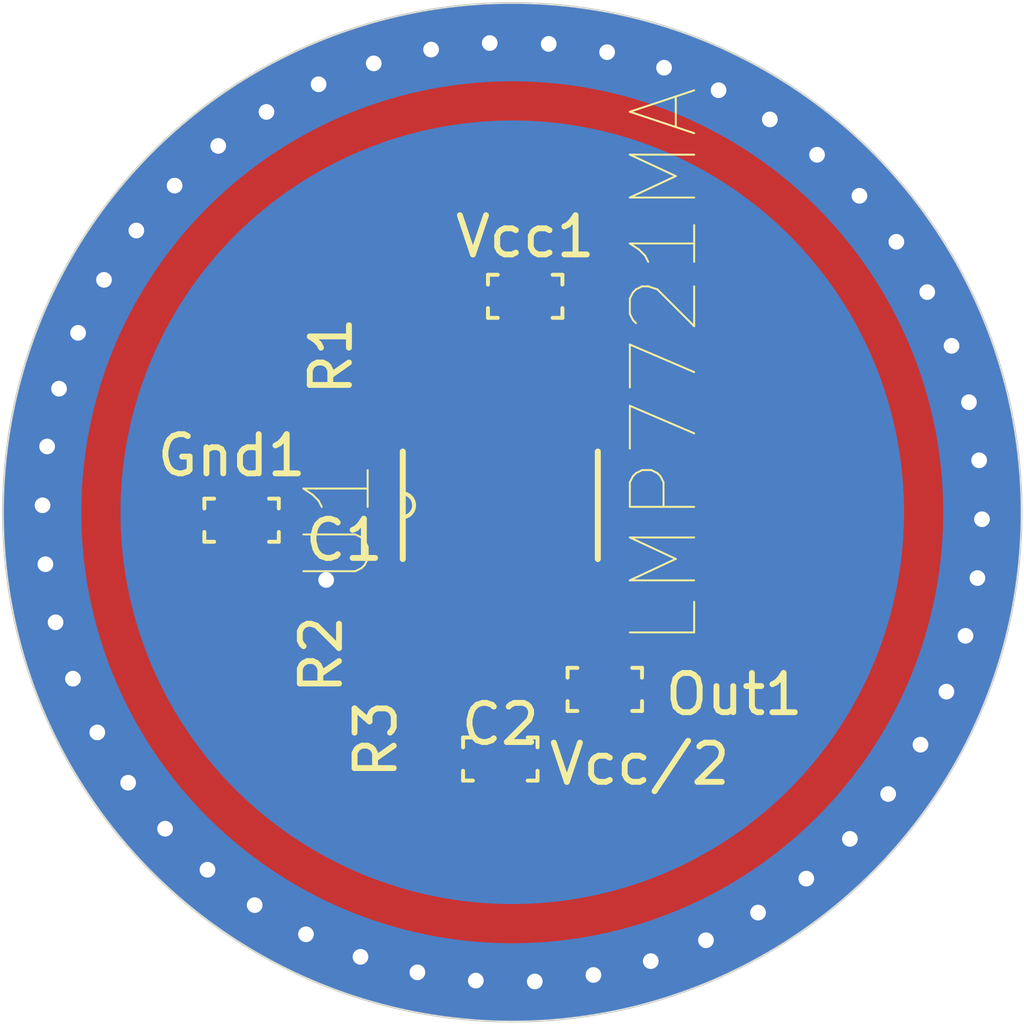
<source format=kicad_pcb>
(kicad_pcb (version 20171130) (host pcbnew "(5.1.2)-2")

  (general
    (thickness 1.6)
    (drawings 9)
    (tracks 76)
    (zones 0)
    (modules 10)
    (nets 7)
  )

  (page A4)
  (layers
    (0 F.Cu signal)
    (31 B.Cu signal)
    (32 B.Adhes user)
    (33 F.Adhes user)
    (34 B.Paste user)
    (35 F.Paste user)
    (36 B.SilkS user)
    (37 F.SilkS user)
    (38 B.Mask user)
    (39 F.Mask user)
    (40 Dwgs.User user)
    (41 Cmts.User user)
    (42 Eco1.User user)
    (43 Eco2.User user)
    (44 Edge.Cuts user)
    (45 Margin user)
    (46 B.CrtYd user)
    (47 F.CrtYd user)
    (48 B.Fab user)
    (49 F.Fab user)
  )

  (setup
    (last_trace_width 0.25)
    (trace_clearance 0.2)
    (zone_clearance 0.508)
    (zone_45_only no)
    (trace_min 0.2)
    (via_size 0.8)
    (via_drill 0.4)
    (via_min_size 0.4)
    (via_min_drill 0.3)
    (uvia_size 0.3)
    (uvia_drill 0.1)
    (uvias_allowed no)
    (uvia_min_size 0.2)
    (uvia_min_drill 0.1)
    (edge_width 0.05)
    (segment_width 0.2)
    (pcb_text_width 0.3)
    (pcb_text_size 1.5 1.5)
    (mod_edge_width 0.12)
    (mod_text_size 1 1)
    (mod_text_width 0.15)
    (pad_size 1.524 1.524)
    (pad_drill 0.762)
    (pad_to_mask_clearance 0.051)
    (solder_mask_min_width 0.25)
    (aux_axis_origin 0 0)
    (visible_elements 7FFFFFFF)
    (pcbplotparams
      (layerselection 0x010ec_ffffffff)
      (usegerberextensions true)
      (usegerberattributes false)
      (usegerberadvancedattributes false)
      (creategerberjobfile false)
      (excludeedgelayer true)
      (linewidth 0.100000)
      (plotframeref false)
      (viasonmask false)
      (mode 1)
      (useauxorigin false)
      (hpglpennumber 1)
      (hpglpenspeed 20)
      (hpglpendiameter 15.000000)
      (psnegative false)
      (psa4output false)
      (plotreference true)
      (plotvalue true)
      (plotinvisibletext false)
      (padsonsilk false)
      (subtractmaskfromsilk false)
      (outputformat 1)
      (mirror false)
      (drillshape 0)
      (scaleselection 1)
      (outputdirectory ""))
  )

  (net 0 "")
  (net 1 "Net-(C1-Pad1)")
  (net 2 VDD)
  (net 3 GND)
  (net 4 "Net-(C2-Pad2)")
  (net 5 "Net-(C2-Pad1)")
  (net 6 "Net-(R3-Pad2)")

  (net_class Default "This is the default net class."
    (clearance 0.2)
    (trace_width 0.25)
    (via_dia 0.8)
    (via_drill 0.4)
    (uvia_dia 0.3)
    (uvia_drill 0.1)
    (add_net GND)
    (add_net "Net-(C1-Pad1)")
    (add_net "Net-(C2-Pad1)")
    (add_net "Net-(C2-Pad2)")
    (add_net "Net-(R3-Pad2)")
    (add_net VDD)
  )

  (module Capacitor_SMD:C_0402_1005Metric (layer F.Cu) (tedit 5B301BBE) (tstamp 5D4D462F)
    (at 99.672 104.521)
    (descr "Capacitor SMD 0402 (1005 Metric), square (rectangular) end terminal, IPC_7351 nominal, (Body size source: http://www.tortai-tech.com/upload/download/2011102023233369053.pdf), generated with kicad-footprint-generator")
    (tags capacitor)
    (path /5D4D5605)
    (attr smd)
    (fp_text reference C2 (at 0.023 0.889) (layer F.SilkS)
      (effects (font (size 1 1) (thickness 0.15)))
    )
    (fp_text value C (at 0 1.17) (layer F.Fab)
      (effects (font (size 1 1) (thickness 0.15)))
    )
    (fp_text user %R (at 0 0) (layer F.Fab)
      (effects (font (size 0.25 0.25) (thickness 0.04)))
    )
    (fp_line (start 0.93 0.47) (end -0.93 0.47) (layer F.CrtYd) (width 0.05))
    (fp_line (start 0.93 -0.47) (end 0.93 0.47) (layer F.CrtYd) (width 0.05))
    (fp_line (start -0.93 -0.47) (end 0.93 -0.47) (layer F.CrtYd) (width 0.05))
    (fp_line (start -0.93 0.47) (end -0.93 -0.47) (layer F.CrtYd) (width 0.05))
    (fp_line (start 0.5 0.25) (end -0.5 0.25) (layer F.Fab) (width 0.1))
    (fp_line (start 0.5 -0.25) (end 0.5 0.25) (layer F.Fab) (width 0.1))
    (fp_line (start -0.5 -0.25) (end 0.5 -0.25) (layer F.Fab) (width 0.1))
    (fp_line (start -0.5 0.25) (end -0.5 -0.25) (layer F.Fab) (width 0.1))
    (pad 2 smd roundrect (at 0.485 0) (size 0.59 0.64) (layers F.Cu F.Paste F.Mask) (roundrect_rratio 0.25)
      (net 4 "Net-(C2-Pad2)"))
    (pad 1 smd roundrect (at -0.485 0) (size 0.59 0.64) (layers F.Cu F.Paste F.Mask) (roundrect_rratio 0.25)
      (net 5 "Net-(C2-Pad1)"))
    (model ${KISYS3DMOD}/Capacitor_SMD.3dshapes/C_0402_1005Metric.wrl
      (at (xyz 0 0 0))
      (scale (xyz 1 1 1))
      (rotate (xyz 0 0 0))
    )
  )

  (module LMP7721MA:SOIC127P600X175-8N (layer F.Cu) (tedit 0) (tstamp 5D4D951A)
    (at 99.695 99.822 90)
    (path /5D4D93A5)
    (attr smd)
    (fp_text reference U1 (at -0.43203 -4.14246 90) (layer F.SilkS)
      (effects (font (size 1.6409 1.6409) (thickness 0.05)))
    )
    (fp_text value LMP7721MA (at 3.556 4.191 90) (layer F.SilkS)
      (effects (font (size 1.64151 1.64151) (thickness 0.05)))
    )
    (fp_arc (start 0 -2.5019) (end -0.3048 -2.4892) (angle -180) (layer F.SilkS) (width 0.1))
    (fp_line (start -0.3048 -2.4892) (end -1.3716 -2.4892) (layer F.SilkS) (width 0.1524))
    (fp_line (start 1.3716 -2.4892) (end -0.3048 -2.4892) (layer F.SilkS) (width 0.1524))
    (fp_line (start -1.3716 2.4892) (end 1.3716 2.4892) (layer F.SilkS) (width 0.1524))
    (fp_arc (start 0 -2.5019) (end -0.3048 -2.4892) (angle -180) (layer Eco2.User) (width 0.1))
    (fp_line (start -1.9812 -2.4892) (end -1.9812 2.4892) (layer Eco2.User) (width 0.1524))
    (fp_line (start -0.3048 -2.4892) (end -1.9812 -2.4892) (layer Eco2.User) (width 0.1524))
    (fp_line (start 1.9812 -2.4892) (end -0.3048 -2.4892) (layer Eco2.User) (width 0.1524))
    (fp_line (start 1.9812 2.4892) (end 1.9812 -2.4892) (layer Eco2.User) (width 0.1524))
    (fp_line (start -1.9812 2.4892) (end 1.9812 2.4892) (layer Eco2.User) (width 0.1524))
    (fp_line (start 3.0988 -2.159) (end 1.9812 -2.159) (layer Eco2.User) (width 0.1524))
    (fp_line (start 3.0988 -1.651) (end 3.0988 -2.159) (layer Eco2.User) (width 0.1524))
    (fp_line (start 1.9812 -1.651) (end 3.0988 -1.651) (layer Eco2.User) (width 0.1524))
    (fp_line (start 1.9812 -2.159) (end 1.9812 -1.651) (layer Eco2.User) (width 0.1524))
    (fp_line (start 3.0988 -0.889) (end 1.9812 -0.889) (layer Eco2.User) (width 0.1524))
    (fp_line (start 3.0988 -0.381) (end 3.0988 -0.889) (layer Eco2.User) (width 0.1524))
    (fp_line (start 1.9812 -0.381) (end 3.0988 -0.381) (layer Eco2.User) (width 0.1524))
    (fp_line (start 1.9812 -0.889) (end 1.9812 -0.381) (layer Eco2.User) (width 0.1524))
    (fp_line (start 3.0988 0.381) (end 1.9812 0.381) (layer Eco2.User) (width 0.1524))
    (fp_line (start 3.0988 0.889) (end 3.0988 0.381) (layer Eco2.User) (width 0.1524))
    (fp_line (start 1.9812 0.889) (end 3.0988 0.889) (layer Eco2.User) (width 0.1524))
    (fp_line (start 1.9812 0.381) (end 1.9812 0.889) (layer Eco2.User) (width 0.1524))
    (fp_line (start 3.0988 1.651) (end 1.9812 1.651) (layer Eco2.User) (width 0.1524))
    (fp_line (start 3.0988 2.159) (end 3.0988 1.651) (layer Eco2.User) (width 0.1524))
    (fp_line (start 1.9812 2.159) (end 3.0988 2.159) (layer Eco2.User) (width 0.1524))
    (fp_line (start 1.9812 1.651) (end 1.9812 2.159) (layer Eco2.User) (width 0.1524))
    (fp_line (start -3.0988 2.159) (end -1.9812 2.159) (layer Eco2.User) (width 0.1524))
    (fp_line (start -3.0988 1.651) (end -3.0988 2.159) (layer Eco2.User) (width 0.1524))
    (fp_line (start -1.9812 1.651) (end -3.0988 1.651) (layer Eco2.User) (width 0.1524))
    (fp_line (start -1.9812 2.159) (end -1.9812 1.651) (layer Eco2.User) (width 0.1524))
    (fp_line (start -3.0988 0.889) (end -1.9812 0.889) (layer Eco2.User) (width 0.1524))
    (fp_line (start -3.0988 0.381) (end -3.0988 0.889) (layer Eco2.User) (width 0.1524))
    (fp_line (start -1.9812 0.381) (end -3.0988 0.381) (layer Eco2.User) (width 0.1524))
    (fp_line (start -1.9812 0.889) (end -1.9812 0.381) (layer Eco2.User) (width 0.1524))
    (fp_line (start -3.0988 -0.381) (end -1.9812 -0.381) (layer Eco2.User) (width 0.1524))
    (fp_line (start -3.0988 -0.889) (end -3.0988 -0.381) (layer Eco2.User) (width 0.1524))
    (fp_line (start -1.9812 -0.889) (end -3.0988 -0.889) (layer Eco2.User) (width 0.1524))
    (fp_line (start -1.9812 -0.381) (end -1.9812 -0.889) (layer Eco2.User) (width 0.1524))
    (fp_line (start -3.0988 -1.651) (end -1.9812 -1.651) (layer Eco2.User) (width 0.1524))
    (fp_line (start -3.0988 -2.159) (end -3.0988 -1.651) (layer Eco2.User) (width 0.1524))
    (fp_line (start -1.9812 -2.159) (end -3.0988 -2.159) (layer Eco2.User) (width 0.1524))
    (fp_line (start -1.9812 -1.651) (end -1.9812 -2.159) (layer Eco2.User) (width 0.1524))
    (pad 8 smd rect (at 2.4638 -1.905 90) (size 1.9812 0.5588) (layers F.Cu F.Paste F.Mask)
      (net 4 "Net-(C2-Pad2)"))
    (pad 7 smd rect (at 2.4638 -0.635 90) (size 1.9812 0.5588) (layers F.Cu F.Paste F.Mask))
    (pad 6 smd rect (at 2.4638 0.635 90) (size 1.9812 0.5588) (layers F.Cu F.Paste F.Mask)
      (net 2 VDD))
    (pad 5 smd rect (at 2.4638 1.905 90) (size 1.9812 0.5588) (layers F.Cu F.Paste F.Mask))
    (pad 4 smd rect (at -2.4638 1.905 90) (size 1.9812 0.5588) (layers F.Cu F.Paste F.Mask)
      (net 4 "Net-(C2-Pad2)"))
    (pad 3 smd rect (at -2.4638 0.635 90) (size 1.9812 0.5588) (layers F.Cu F.Paste F.Mask)
      (net 3 GND))
    (pad 2 smd rect (at -2.4638 -0.635 90) (size 1.9812 0.5588) (layers F.Cu F.Paste F.Mask))
    (pad 1 smd rect (at -2.4638 -1.905 90) (size 1.9812 0.5588) (layers F.Cu F.Paste F.Mask)
      (net 1 "Net-(C1-Pad1)"))
  )

  (module digikey-footprints:PROBE_PAD_0603 (layer F.Cu) (tedit 5D2895A4) (tstamp 5D4D7CE4)
    (at 93.091 100.203)
    (path /5D4D5D37)
    (attr smd)
    (fp_text reference Gnd1 (at -0.254 -1.651) (layer F.SilkS)
      (effects (font (size 1 1) (thickness 0.15)))
    )
    (fp_text value CONN_01 (at 0 1.85) (layer F.Fab)
      (effects (font (size 1 1) (thickness 0.15)))
    )
    (fp_line (start -0.8 0.4) (end 0.8 0.4) (layer F.Fab) (width 0.1))
    (fp_line (start -0.8 0.4) (end -0.8 -0.4) (layer F.Fab) (width 0.1))
    (fp_line (start 0.8 0.4) (end 0.8 -0.4) (layer F.Fab) (width 0.1))
    (fp_line (start -0.8 -0.4) (end 0.8 -0.4) (layer F.Fab) (width 0.1))
    (fp_line (start 1.15 -0.75) (end 1.15 0.75) (layer F.CrtYd) (width 0.05))
    (fp_line (start 1.15 -0.75) (end -1.15 -0.75) (layer F.CrtYd) (width 0.05))
    (fp_line (start -1.15 -0.75) (end -1.15 0.75) (layer F.CrtYd) (width 0.05))
    (fp_line (start 1.15 0.75) (end -1.15 0.75) (layer F.CrtYd) (width 0.05))
    (fp_line (start 0.95 -0.55) (end 0.7 -0.55) (layer F.SilkS) (width 0.1))
    (fp_line (start 0.95 -0.55) (end 0.95 -0.3) (layer F.SilkS) (width 0.1))
    (fp_line (start -0.95 -0.55) (end -0.7 -0.55) (layer F.SilkS) (width 0.1))
    (fp_line (start -0.95 -0.55) (end -0.95 -0.3) (layer F.SilkS) (width 0.1))
    (fp_line (start -0.95 0.55) (end -0.95 0.3) (layer F.SilkS) (width 0.1))
    (fp_line (start -0.95 0.55) (end -0.7 0.55) (layer F.SilkS) (width 0.1))
    (fp_line (start 0.95 0.55) (end 0.7 0.55) (layer F.SilkS) (width 0.1))
    (fp_line (start 0.95 0.55) (end 0.95 0.3) (layer F.SilkS) (width 0.1))
    (fp_text user %R (at 0 0) (layer F.Fab)
      (effects (font (size 0.25 0.25) (thickness 0.025)))
    )
    (pad 1 smd rect (at 0 0) (size 1.8 1) (layers F.Cu F.Paste F.Mask)
      (net 3 GND))
  )

  (module digikey-footprints:PROBE_PAD_0603 (layer F.Cu) (tedit 5D2895A4) (tstamp 5D4D7CCE)
    (at 100.33 94.488)
    (path /5D4D4769)
    (attr smd)
    (fp_text reference Vcc1 (at 0 -1.524) (layer F.SilkS)
      (effects (font (size 1 1) (thickness 0.15)))
    )
    (fp_text value CONN_01 (at 0 1.85) (layer F.Fab)
      (effects (font (size 1 1) (thickness 0.15)))
    )
    (fp_line (start -0.8 0.4) (end 0.8 0.4) (layer F.Fab) (width 0.1))
    (fp_line (start -0.8 0.4) (end -0.8 -0.4) (layer F.Fab) (width 0.1))
    (fp_line (start 0.8 0.4) (end 0.8 -0.4) (layer F.Fab) (width 0.1))
    (fp_line (start -0.8 -0.4) (end 0.8 -0.4) (layer F.Fab) (width 0.1))
    (fp_line (start 1.15 -0.75) (end 1.15 0.75) (layer F.CrtYd) (width 0.05))
    (fp_line (start 1.15 -0.75) (end -1.15 -0.75) (layer F.CrtYd) (width 0.05))
    (fp_line (start -1.15 -0.75) (end -1.15 0.75) (layer F.CrtYd) (width 0.05))
    (fp_line (start 1.15 0.75) (end -1.15 0.75) (layer F.CrtYd) (width 0.05))
    (fp_line (start 0.95 -0.55) (end 0.7 -0.55) (layer F.SilkS) (width 0.1))
    (fp_line (start 0.95 -0.55) (end 0.95 -0.3) (layer F.SilkS) (width 0.1))
    (fp_line (start -0.95 -0.55) (end -0.7 -0.55) (layer F.SilkS) (width 0.1))
    (fp_line (start -0.95 -0.55) (end -0.95 -0.3) (layer F.SilkS) (width 0.1))
    (fp_line (start -0.95 0.55) (end -0.95 0.3) (layer F.SilkS) (width 0.1))
    (fp_line (start -0.95 0.55) (end -0.7 0.55) (layer F.SilkS) (width 0.1))
    (fp_line (start 0.95 0.55) (end 0.7 0.55) (layer F.SilkS) (width 0.1))
    (fp_line (start 0.95 0.55) (end 0.95 0.3) (layer F.SilkS) (width 0.1))
    (fp_text user %R (at 0 0) (layer F.Fab)
      (effects (font (size 0.25 0.25) (thickness 0.025)))
    )
    (pad 1 smd rect (at 0 0) (size 1.8 1) (layers F.Cu F.Paste F.Mask)
      (net 2 VDD))
  )

  (module Resistor_SMD:R_0402_1005Metric (layer F.Cu) (tedit 5B301BBD) (tstamp 5D4D73B6)
    (at 97.663 104.902 270)
    (descr "Resistor SMD 0402 (1005 Metric), square (rectangular) end terminal, IPC_7351 nominal, (Body size source: http://www.tortai-tech.com/upload/download/2011102023233369053.pdf), generated with kicad-footprint-generator")
    (tags resistor)
    (path /5D4D5E2E)
    (attr smd)
    (fp_text reference R3 (at 0.889 1.143 90) (layer F.SilkS)
      (effects (font (size 1 1) (thickness 0.15)))
    )
    (fp_text value R (at 0 1.17 90) (layer F.Fab)
      (effects (font (size 1 1) (thickness 0.15)))
    )
    (fp_text user %R (at 0 0 90) (layer F.Fab)
      (effects (font (size 0.25 0.25) (thickness 0.04)))
    )
    (fp_line (start 0.93 0.47) (end -0.93 0.47) (layer F.CrtYd) (width 0.05))
    (fp_line (start 0.93 -0.47) (end 0.93 0.47) (layer F.CrtYd) (width 0.05))
    (fp_line (start -0.93 -0.47) (end 0.93 -0.47) (layer F.CrtYd) (width 0.05))
    (fp_line (start -0.93 0.47) (end -0.93 -0.47) (layer F.CrtYd) (width 0.05))
    (fp_line (start 0.5 0.25) (end -0.5 0.25) (layer F.Fab) (width 0.1))
    (fp_line (start 0.5 -0.25) (end 0.5 0.25) (layer F.Fab) (width 0.1))
    (fp_line (start -0.5 -0.25) (end 0.5 -0.25) (layer F.Fab) (width 0.1))
    (fp_line (start -0.5 0.25) (end -0.5 -0.25) (layer F.Fab) (width 0.1))
    (pad 2 smd roundrect (at 0.485 0 270) (size 0.59 0.64) (layers F.Cu F.Paste F.Mask) (roundrect_rratio 0.25)
      (net 6 "Net-(R3-Pad2)"))
    (pad 1 smd roundrect (at -0.485 0 270) (size 0.59 0.64) (layers F.Cu F.Paste F.Mask) (roundrect_rratio 0.25)
      (net 5 "Net-(C2-Pad1)"))
    (model ${KISYS3DMOD}/Resistor_SMD.3dshapes/R_0402_1005Metric.wrl
      (at (xyz 0 0 0))
      (scale (xyz 1 1 1))
      (rotate (xyz 0 0 0))
    )
  )

  (module Resistor_SMD:R_0402_1005Metric (layer F.Cu) (tedit 5B301BBD) (tstamp 5D4D73A7)
    (at 96.266 103.609 270)
    (descr "Resistor SMD 0402 (1005 Metric), square (rectangular) end terminal, IPC_7351 nominal, (Body size source: http://www.tortai-tech.com/upload/download/2011102023233369053.pdf), generated with kicad-footprint-generator")
    (tags resistor)
    (path /5D4E1F59)
    (attr smd)
    (fp_text reference R2 (at 0.023 1.143 90) (layer F.SilkS)
      (effects (font (size 1 1) (thickness 0.15)))
    )
    (fp_text value R (at 0 1.17 90) (layer F.Fab)
      (effects (font (size 1 1) (thickness 0.15)))
    )
    (fp_text user %R (at 0 0 90) (layer F.Fab)
      (effects (font (size 0.25 0.25) (thickness 0.04)))
    )
    (fp_line (start 0.93 0.47) (end -0.93 0.47) (layer F.CrtYd) (width 0.05))
    (fp_line (start 0.93 -0.47) (end 0.93 0.47) (layer F.CrtYd) (width 0.05))
    (fp_line (start -0.93 -0.47) (end 0.93 -0.47) (layer F.CrtYd) (width 0.05))
    (fp_line (start -0.93 0.47) (end -0.93 -0.47) (layer F.CrtYd) (width 0.05))
    (fp_line (start 0.5 0.25) (end -0.5 0.25) (layer F.Fab) (width 0.1))
    (fp_line (start 0.5 -0.25) (end 0.5 0.25) (layer F.Fab) (width 0.1))
    (fp_line (start -0.5 -0.25) (end 0.5 -0.25) (layer F.Fab) (width 0.1))
    (fp_line (start -0.5 0.25) (end -0.5 -0.25) (layer F.Fab) (width 0.1))
    (pad 2 smd roundrect (at 0.485 0 270) (size 0.59 0.64) (layers F.Cu F.Paste F.Mask) (roundrect_rratio 0.25)
      (net 5 "Net-(C2-Pad1)"))
    (pad 1 smd roundrect (at -0.485 0 270) (size 0.59 0.64) (layers F.Cu F.Paste F.Mask) (roundrect_rratio 0.25)
      (net 1 "Net-(C1-Pad1)"))
    (model ${KISYS3DMOD}/Resistor_SMD.3dshapes/R_0402_1005Metric.wrl
      (at (xyz 0 0 0))
      (scale (xyz 1 1 1))
      (rotate (xyz 0 0 0))
    )
  )

  (module Resistor_SMD:R_0402_1005Metric (layer F.Cu) (tedit 5B301BBD) (tstamp 5D4D7398)
    (at 95.25 97.94 270)
    (descr "Resistor SMD 0402 (1005 Metric), square (rectangular) end terminal, IPC_7351 nominal, (Body size source: http://www.tortai-tech.com/upload/download/2011102023233369053.pdf), generated with kicad-footprint-generator")
    (tags resistor)
    (path /5D4E5844)
    (attr smd)
    (fp_text reference R1 (at -1.928 -0.127 90) (layer F.SilkS)
      (effects (font (size 1 1) (thickness 0.15)))
    )
    (fp_text value R (at 0 1.17 90) (layer F.Fab)
      (effects (font (size 1 1) (thickness 0.15)))
    )
    (fp_text user %R (at 0 0 90) (layer F.Fab)
      (effects (font (size 0.25 0.25) (thickness 0.04)))
    )
    (fp_line (start 0.93 0.47) (end -0.93 0.47) (layer F.CrtYd) (width 0.05))
    (fp_line (start 0.93 -0.47) (end 0.93 0.47) (layer F.CrtYd) (width 0.05))
    (fp_line (start -0.93 -0.47) (end 0.93 -0.47) (layer F.CrtYd) (width 0.05))
    (fp_line (start -0.93 0.47) (end -0.93 -0.47) (layer F.CrtYd) (width 0.05))
    (fp_line (start 0.5 0.25) (end -0.5 0.25) (layer F.Fab) (width 0.1))
    (fp_line (start 0.5 -0.25) (end 0.5 0.25) (layer F.Fab) (width 0.1))
    (fp_line (start -0.5 -0.25) (end 0.5 -0.25) (layer F.Fab) (width 0.1))
    (fp_line (start -0.5 0.25) (end -0.5 -0.25) (layer F.Fab) (width 0.1))
    (pad 2 smd roundrect (at 0.485 0 270) (size 0.59 0.64) (layers F.Cu F.Paste F.Mask) (roundrect_rratio 0.25))
    (pad 1 smd roundrect (at -0.485 0 270) (size 0.59 0.64) (layers F.Cu F.Paste F.Mask) (roundrect_rratio 0.25)
      (net 4 "Net-(C2-Pad2)"))
    (model ${KISYS3DMOD}/Resistor_SMD.3dshapes/R_0402_1005Metric.wrl
      (at (xyz 0 0 0))
      (scale (xyz 1 1 1))
      (rotate (xyz 0 0 0))
    )
  )

  (module digikey-footprints:PROBE_PAD_0603 (layer F.Cu) (tedit 5D2895A4) (tstamp 5D4D7389)
    (at 102.362 104.521)
    (path /5D4E4202)
    (attr smd)
    (fp_text reference Out1 (at 3.302 0.127) (layer F.SilkS)
      (effects (font (size 1 1) (thickness 0.15)))
    )
    (fp_text value CONN_01 (at 0 1.85) (layer F.Fab)
      (effects (font (size 1 1) (thickness 0.15)))
    )
    (fp_line (start -0.8 0.4) (end 0.8 0.4) (layer F.Fab) (width 0.1))
    (fp_line (start -0.8 0.4) (end -0.8 -0.4) (layer F.Fab) (width 0.1))
    (fp_line (start 0.8 0.4) (end 0.8 -0.4) (layer F.Fab) (width 0.1))
    (fp_line (start -0.8 -0.4) (end 0.8 -0.4) (layer F.Fab) (width 0.1))
    (fp_line (start 1.15 -0.75) (end 1.15 0.75) (layer F.CrtYd) (width 0.05))
    (fp_line (start 1.15 -0.75) (end -1.15 -0.75) (layer F.CrtYd) (width 0.05))
    (fp_line (start -1.15 -0.75) (end -1.15 0.75) (layer F.CrtYd) (width 0.05))
    (fp_line (start 1.15 0.75) (end -1.15 0.75) (layer F.CrtYd) (width 0.05))
    (fp_line (start 0.95 -0.55) (end 0.7 -0.55) (layer F.SilkS) (width 0.1))
    (fp_line (start 0.95 -0.55) (end 0.95 -0.3) (layer F.SilkS) (width 0.1))
    (fp_line (start -0.95 -0.55) (end -0.7 -0.55) (layer F.SilkS) (width 0.1))
    (fp_line (start -0.95 -0.55) (end -0.95 -0.3) (layer F.SilkS) (width 0.1))
    (fp_line (start -0.95 0.55) (end -0.95 0.3) (layer F.SilkS) (width 0.1))
    (fp_line (start -0.95 0.55) (end -0.7 0.55) (layer F.SilkS) (width 0.1))
    (fp_line (start 0.95 0.55) (end 0.7 0.55) (layer F.SilkS) (width 0.1))
    (fp_line (start 0.95 0.55) (end 0.95 0.3) (layer F.SilkS) (width 0.1))
    (fp_text user %R (at 0 0) (layer F.Fab)
      (effects (font (size 0.25 0.25) (thickness 0.025)))
    )
    (pad 1 smd rect (at 0 0) (size 1.8 1) (layers F.Cu F.Paste F.Mask)
      (net 4 "Net-(C2-Pad2)"))
  )

  (module digikey-footprints:PROBE_PAD_0603 (layer F.Cu) (tedit 5D2895A4) (tstamp 5D4D7373)
    (at 99.695 106.299)
    (path /5D4DD422)
    (attr smd)
    (fp_text reference Vcc/2 (at 3.556 0.127) (layer F.SilkS)
      (effects (font (size 1 1) (thickness 0.15)))
    )
    (fp_text value CONN_01 (at 0 1.85) (layer F.Fab)
      (effects (font (size 1 1) (thickness 0.15)))
    )
    (fp_line (start -0.8 0.4) (end 0.8 0.4) (layer F.Fab) (width 0.1))
    (fp_line (start -0.8 0.4) (end -0.8 -0.4) (layer F.Fab) (width 0.1))
    (fp_line (start 0.8 0.4) (end 0.8 -0.4) (layer F.Fab) (width 0.1))
    (fp_line (start -0.8 -0.4) (end 0.8 -0.4) (layer F.Fab) (width 0.1))
    (fp_line (start 1.15 -0.75) (end 1.15 0.75) (layer F.CrtYd) (width 0.05))
    (fp_line (start 1.15 -0.75) (end -1.15 -0.75) (layer F.CrtYd) (width 0.05))
    (fp_line (start -1.15 -0.75) (end -1.15 0.75) (layer F.CrtYd) (width 0.05))
    (fp_line (start 1.15 0.75) (end -1.15 0.75) (layer F.CrtYd) (width 0.05))
    (fp_line (start 0.95 -0.55) (end 0.7 -0.55) (layer F.SilkS) (width 0.1))
    (fp_line (start 0.95 -0.55) (end 0.95 -0.3) (layer F.SilkS) (width 0.1))
    (fp_line (start -0.95 -0.55) (end -0.7 -0.55) (layer F.SilkS) (width 0.1))
    (fp_line (start -0.95 -0.55) (end -0.95 -0.3) (layer F.SilkS) (width 0.1))
    (fp_line (start -0.95 0.55) (end -0.95 0.3) (layer F.SilkS) (width 0.1))
    (fp_line (start -0.95 0.55) (end -0.7 0.55) (layer F.SilkS) (width 0.1))
    (fp_line (start 0.95 0.55) (end 0.7 0.55) (layer F.SilkS) (width 0.1))
    (fp_line (start 0.95 0.55) (end 0.95 0.3) (layer F.SilkS) (width 0.1))
    (fp_text user %R (at 0 0) (layer F.Fab)
      (effects (font (size 0.25 0.25) (thickness 0.025)))
    )
    (pad 1 smd rect (at 0 0) (size 1.8 1) (layers F.Cu F.Paste F.Mask)
      (net 6 "Net-(R3-Pad2)"))
  )

  (module Capacitor_SMD:C_0402_1005Metric (layer F.Cu) (tedit 5B301BBE) (tstamp 5D4D734E)
    (at 95.735 101.727 180)
    (descr "Capacitor SMD 0402 (1005 Metric), square (rectangular) end terminal, IPC_7351 nominal, (Body size source: http://www.tortai-tech.com/upload/download/2011102023233369053.pdf), generated with kicad-footprint-generator")
    (tags capacitor)
    (path /5D4DB760)
    (attr smd)
    (fp_text reference C1 (at 0.023 1.016) (layer F.SilkS)
      (effects (font (size 1 1) (thickness 0.15)))
    )
    (fp_text value C (at 0 1.17) (layer F.Fab)
      (effects (font (size 1 1) (thickness 0.15)))
    )
    (fp_text user %R (at 0 0) (layer F.Fab)
      (effects (font (size 0.25 0.25) (thickness 0.04)))
    )
    (fp_line (start 0.93 0.47) (end -0.93 0.47) (layer F.CrtYd) (width 0.05))
    (fp_line (start 0.93 -0.47) (end 0.93 0.47) (layer F.CrtYd) (width 0.05))
    (fp_line (start -0.93 -0.47) (end 0.93 -0.47) (layer F.CrtYd) (width 0.05))
    (fp_line (start -0.93 0.47) (end -0.93 -0.47) (layer F.CrtYd) (width 0.05))
    (fp_line (start 0.5 0.25) (end -0.5 0.25) (layer F.Fab) (width 0.1))
    (fp_line (start 0.5 -0.25) (end 0.5 0.25) (layer F.Fab) (width 0.1))
    (fp_line (start -0.5 -0.25) (end 0.5 -0.25) (layer F.Fab) (width 0.1))
    (fp_line (start -0.5 0.25) (end -0.5 -0.25) (layer F.Fab) (width 0.1))
    (pad 2 smd roundrect (at 0.485 0 180) (size 0.59 0.64) (layers F.Cu F.Paste F.Mask) (roundrect_rratio 0.25))
    (pad 1 smd roundrect (at -0.485 0 180) (size 0.59 0.64) (layers F.Cu F.Paste F.Mask) (roundrect_rratio 0.25)
      (net 1 "Net-(C1-Pad1)"))
    (model ${KISYS3DMOD}/Capacitor_SMD.3dshapes/C_0402_1005Metric.wrl
      (at (xyz 0 0 0))
      (scale (xyz 1 1 1))
      (rotate (xyz 0 0 0))
    )
  )

  (gr_poly (pts (xy 94.361 98.044) (xy 96.266 98.044) (xy 96.393 99.06) (xy 95.631 99.314) (xy 94.488 99.314) (xy 94.107 98.552)) (layer F.Cu) (width 0.1))
  (gr_circle (center 100 100) (end 111 100) (layer F.Cu) (width 4) (tstamp 5D4D5584))
  (gr_circle (center 100 100) (end 113 100) (layer Edge.Cuts) (width 0.05))
  (gr_poly (pts (xy 94.107 97.409) (xy 96.901 97.536) (xy 96.393 99.568) (xy 94.234 99.568)) (layer B.Cu) (width 0.1))
  (gr_circle (center 100 100) (end 113 100) (layer B.Mask) (width 0.15) (tstamp 5D4D523A))
  (gr_poly (pts (xy 93.345 100.33) (xy 92.964 104.394) (xy 98.171 108.966) (xy 106.299 106.426) (xy 108.077 102.489) (xy 107.696 97.155) (xy 104.648 92.964) (xy 98.044 91.821) (xy 94.361 93.726) (xy 97.155 98.679)) (layer B.Cu) (width 0.1))
  (gr_circle (center 100 100) (end 108.5 100) (layer B.Cu) (width 3))
  (gr_circle (center 95.25 98.425) (end 97.788815 98.425) (layer B.Cu) (width 4))
  (gr_circle (center 100 100) (end 112 100) (layer B.Cu) (width 2))

  (via (at 88.011 99.822) (size 0.8) (drill 0.4) (layers F.Cu B.Cu) (net 0))
  (via (at 88.083228 101.326024) (size 0.8) (drill 0.4) (layers F.Cu B.Cu) (net 0) (tstamp 5D4D803D))
  (via (at 88.34339 102.809135) (size 0.8) (drill 0.4) (layers F.Cu B.Cu) (net 0) (tstamp 5D4D803F))
  (via (at 88.787384 104.247945) (size 0.8) (drill 0.4) (layers F.Cu B.Cu) (net 0) (tstamp 5D4D8041))
  (via (at 89.408207 105.619762) (size 0.8) (drill 0.4) (layers F.Cu B.Cu) (net 0) (tstamp 5D4D8043))
  (via (at 90.196069 106.902952) (size 0.8) (drill 0.4) (layers F.Cu B.Cu) (net 0) (tstamp 5D4D8045))
  (via (at 91.138546 108.077279) (size 0.8) (drill 0.4) (layers F.Cu B.Cu) (net 0) (tstamp 5D4D8047))
  (via (at 92.220772 109.124222) (size 0.8) (drill 0.4) (layers F.Cu B.Cu) (net 0) (tstamp 5D4D8049))
  (via (at 93.425682 110.02727) (size 0.8) (drill 0.4) (layers F.Cu B.Cu) (net 0) (tstamp 5D4D804B))
  (via (at 94.734273 110.772183) (size 0.8) (drill 0.4) (layers F.Cu B.Cu) (net 0) (tstamp 5D4D804D))
  (via (at 96.125907 111.347212) (size 0.8) (drill 0.4) (layers F.Cu B.Cu) (net 0) (tstamp 5D4D804F))
  (via (at 97.578638 111.743288) (size 0.8) (drill 0.4) (layers F.Cu B.Cu) (net 0) (tstamp 5D4D8051))
  (via (at 99.069556 111.954166) (size 0.8) (drill 0.4) (layers F.Cu B.Cu) (net 0) (tstamp 5D4D8053))
  (via (at 100.575147 111.976519) (size 0.8) (drill 0.4) (layers F.Cu B.Cu) (net 0) (tstamp 5D4D8055))
  (via (at 102.071667 111.809996) (size 0.8) (drill 0.4) (layers F.Cu B.Cu) (net 0) (tstamp 5D4D8057))
  (via (at 103.535517 111.457222) (size 0.8) (drill 0.4) (layers F.Cu B.Cu) (net 0) (tstamp 5D4D8059))
  (via (at 104.943609 110.92376) (size 0.8) (drill 0.4) (layers F.Cu B.Cu) (net 0) (tstamp 5D4D805B))
  (via (at 106.273737 110.218025) (size 0.8) (drill 0.4) (layers F.Cu B.Cu) (net 0) (tstamp 5D4D805D))
  (via (at 107.504925 109.351145) (size 0.8) (drill 0.4) (layers F.Cu B.Cu) (net 0) (tstamp 5D4D805F))
  (via (at 108.617755 108.336792) (size 0.8) (drill 0.4) (layers F.Cu B.Cu) (net 0) (tstamp 5D4D8061))
  (via (at 109.594679 107.190962) (size 0.8) (drill 0.4) (layers F.Cu B.Cu) (net 0) (tstamp 5D4D8063))
  (via (at 110.420289 105.931727) (size 0.8) (drill 0.4) (layers F.Cu B.Cu) (net 0) (tstamp 5D4D8065))
  (via (at 111.081564 104.578945) (size 0.8) (drill 0.4) (layers F.Cu B.Cu) (net 0) (tstamp 5D4D8067))
  (via (at 111.568077 103.153951) (size 0.8) (drill 0.4) (layers F.Cu B.Cu) (net 0) (tstamp 5D4D8069))
  (via (at 111.872154 101.679217) (size 0.8) (drill 0.4) (layers F.Cu B.Cu) (net 0) (tstamp 5D4D806B))
  (via (at 111.989 100.178) (size 0.8) (drill 0.4) (layers F.Cu B.Cu) (net 0) (tstamp 5D4D806D))
  (via (at 111.916772 98.673976) (size 0.8) (drill 0.4) (layers F.Cu B.Cu) (net 0) (tstamp 5D4D806F))
  (via (at 111.65661 97.190865) (size 0.8) (drill 0.4) (layers F.Cu B.Cu) (net 0) (tstamp 5D4D8071))
  (via (at 111.212616 95.752055) (size 0.8) (drill 0.4) (layers F.Cu B.Cu) (net 0) (tstamp 5D4D8073))
  (via (at 110.591793 94.380238) (size 0.8) (drill 0.4) (layers F.Cu B.Cu) (net 0) (tstamp 5D4D8075))
  (via (at 109.803931 93.097048) (size 0.8) (drill 0.4) (layers F.Cu B.Cu) (net 0) (tstamp 5D4D8077))
  (via (at 108.861454 91.922721) (size 0.8) (drill 0.4) (layers F.Cu B.Cu) (net 0) (tstamp 5D4D8079))
  (via (at 107.779228 90.875778) (size 0.8) (drill 0.4) (layers F.Cu B.Cu) (net 0) (tstamp 5D4D807B))
  (via (at 106.574318 89.97273) (size 0.8) (drill 0.4) (layers F.Cu B.Cu) (net 0) (tstamp 5D4D807D))
  (via (at 105.265727 89.227817) (size 0.8) (drill 0.4) (layers F.Cu B.Cu) (net 0) (tstamp 5D4D807F))
  (via (at 103.874093 88.652788) (size 0.8) (drill 0.4) (layers F.Cu B.Cu) (net 0) (tstamp 5D4D8081))
  (via (at 102.421362 88.256712) (size 0.8) (drill 0.4) (layers F.Cu B.Cu) (net 0) (tstamp 5D4D8083))
  (via (at 100.930444 88.045834) (size 0.8) (drill 0.4) (layers F.Cu B.Cu) (net 0) (tstamp 5D4D8085))
  (via (at 99.424853 88.023481) (size 0.8) (drill 0.4) (layers F.Cu B.Cu) (net 0) (tstamp 5D4D8087))
  (via (at 97.928333 88.190004) (size 0.8) (drill 0.4) (layers F.Cu B.Cu) (net 0) (tstamp 5D4D8089))
  (via (at 96.464483 88.542778) (size 0.8) (drill 0.4) (layers F.Cu B.Cu) (net 0) (tstamp 5D4D808B))
  (via (at 95.056391 89.07624) (size 0.8) (drill 0.4) (layers F.Cu B.Cu) (net 0) (tstamp 5D4D808D))
  (via (at 93.726263 89.781975) (size 0.8) (drill 0.4) (layers F.Cu B.Cu) (net 0) (tstamp 5D4D808F))
  (via (at 92.495075 90.648855) (size 0.8) (drill 0.4) (layers F.Cu B.Cu) (net 0) (tstamp 5D4D8091))
  (via (at 91.382245 91.663208) (size 0.8) (drill 0.4) (layers F.Cu B.Cu) (net 0) (tstamp 5D4D8093))
  (via (at 90.405321 92.809038) (size 0.8) (drill 0.4) (layers F.Cu B.Cu) (net 0) (tstamp 5D4D8095))
  (via (at 89.579711 94.068273) (size 0.8) (drill 0.4) (layers F.Cu B.Cu) (net 0) (tstamp 5D4D8097))
  (via (at 88.918436 95.421055) (size 0.8) (drill 0.4) (layers F.Cu B.Cu) (net 0) (tstamp 5D4D8099))
  (via (at 88.431923 96.846049) (size 0.8) (drill 0.4) (layers F.Cu B.Cu) (net 0) (tstamp 5D4D809B))
  (via (at 88.127846 98.320783) (size 0.8) (drill 0.4) (layers F.Cu B.Cu) (net 0) (tstamp 5D4D809D))
  (via (at 95.25 101.727) (size 0.8) (drill 0.4) (layers F.Cu B.Cu) (net 0))
  (segment (start 96.7788 102.2858) (end 96.22 101.727) (width 0.25) (layer F.Cu) (net 1))
  (segment (start 97.79 102.2858) (end 96.7788 102.2858) (width 0.25) (layer F.Cu) (net 1))
  (segment (start 96.7788 102.6112) (end 96.266 103.124) (width 0.25) (layer F.Cu) (net 1))
  (segment (start 96.7788 102.2858) (end 96.7788 102.6112) (width 0.25) (layer F.Cu) (net 1))
  (segment (start 100.33 96.1176) (end 100.33 94.488) (width 0.25) (layer F.Cu) (net 2))
  (segment (start 100.33 97.3582) (end 100.33 96.1176) (width 0.25) (layer F.Cu) (net 2))
  (segment (start 100.33 101.5746) (end 100.33 102.2858) (width 0.25) (layer F.Cu) (net 3))
  (segment (start 98.9584 100.203) (end 100.33 101.5746) (width 0.25) (layer F.Cu) (net 3))
  (segment (start 93.091 100.203) (end 98.9584 100.203) (width 0.25) (layer F.Cu) (net 3))
  (segment (start 100.157 104.521) (end 102.362 104.521) (width 0.25) (layer F.Cu) (net 4))
  (segment (start 101.6 103.759) (end 102.362 104.521) (width 0.25) (layer F.Cu) (net 4))
  (segment (start 101.6 102.2858) (end 101.6 103.759) (width 0.25) (layer F.Cu) (net 4))
  (segment (start 95.3468 97.3582) (end 95.25 97.455) (width 0.25) (layer F.Cu) (net 4))
  (segment (start 97.79 97.3582) (end 95.3468 97.3582) (width 0.25) (layer F.Cu) (net 4))
  (segment (start 97.79 98.0694) (end 97.79 97.3582) (width 0.25) (layer F.Cu) (net 4))
  (segment (start 98.3194 98.5988) (end 97.79 98.0694) (width 0.25) (layer F.Cu) (net 4))
  (segment (start 98.445598 98.5988) (end 98.3194 98.5988) (width 0.25) (layer F.Cu) (net 4))
  (segment (start 101.6 101.753202) (end 98.445598 98.5988) (width 0.25) (layer F.Cu) (net 4))
  (segment (start 101.6 102.2858) (end 101.6 101.753202) (width 0.25) (layer F.Cu) (net 4))
  (segment (start 97.34 104.094) (end 97.663 104.417) (width 0.25) (layer F.Cu) (net 5))
  (segment (start 96.266 104.094) (end 97.34 104.094) (width 0.25) (layer F.Cu) (net 5))
  (segment (start 99.083 104.417) (end 99.187 104.521) (width 0.25) (layer F.Cu) (net 5))
  (segment (start 97.663 104.417) (end 99.083 104.417) (width 0.25) (layer F.Cu) (net 5))
  (segment (start 97.663 105.387) (end 98.575 106.299) (width 0.25) (layer F.Cu) (net 6))
  (segment (start 98.575 106.299) (end 99.695 106.299) (width 0.25) (layer F.Cu) (net 6))

  (zone (net 0) (net_name "") (layer F.Cu) (tstamp 0) (hatch edge 0.508)
    (connect_pads (clearance 0.508))
    (min_thickness 0.254)
    (fill yes (arc_segments 32) (thermal_gap 0.508) (thermal_bridge_width 0.508))
    (polygon
      (pts
        (xy 92.456 90.043) (xy 96.774 87.63) (xy 103.759 88.265) (xy 109.728 93.218) (xy 112 100)
        (xy 110.49 105.41) (xy 106.045 110.109) (xy 98.552 112.268) (xy 93.472 110.363) (xy 88.9 105.537)
        (xy 87.63 98.679) (xy 90.043 92.837) (xy 92.329 90.043)
      )
    )
    (filled_polygon
      (pts
        (xy 100.27067 88.849771) (xy 100.440188 88.963039) (xy 100.628546 89.04106) (xy 100.828505 89.080834) (xy 101.032383 89.080834)
        (xy 101.232342 89.04106) (xy 101.4207 88.963039) (xy 101.578209 88.857795) (xy 101.617425 88.916486) (xy 101.761588 89.060649)
        (xy 101.931106 89.173917) (xy 102.119464 89.251938) (xy 102.319423 89.291712) (xy 102.523301 89.291712) (xy 102.72326 89.251938)
        (xy 102.911618 89.173917) (xy 102.957177 89.143476) (xy 103.070156 89.312562) (xy 103.214319 89.456725) (xy 103.383837 89.569993)
        (xy 103.572195 89.648014) (xy 103.772154 89.687788) (xy 103.976032 89.687788) (xy 104.175991 89.648014) (xy 104.298485 89.597275)
        (xy 104.348522 89.718073) (xy 104.46179 89.887591) (xy 104.605953 90.031754) (xy 104.775471 90.145022) (xy 104.963829 90.223043)
        (xy 105.163788 90.262817) (xy 105.367666 90.262817) (xy 105.567625 90.223043) (xy 105.568739 90.222581) (xy 105.579092 90.274628)
        (xy 105.657113 90.462986) (xy 105.770381 90.632504) (xy 105.914544 90.776667) (xy 106.084062 90.889935) (xy 106.27242 90.967956)
        (xy 106.472379 91.00773) (xy 106.676257 91.00773) (xy 106.747384 90.993582) (xy 106.784002 91.177676) (xy 106.862023 91.366034)
        (xy 106.975291 91.535552) (xy 107.119454 91.679715) (xy 107.288972 91.792983) (xy 107.47733 91.871004) (xy 107.677289 91.910778)
        (xy 107.826454 91.910778) (xy 107.826454 92.02466) (xy 107.866228 92.224619) (xy 107.944249 92.412977) (xy 108.057517 92.582495)
        (xy 108.20168 92.726658) (xy 108.371198 92.839926) (xy 108.559556 92.917947) (xy 108.759515 92.957721) (xy 108.776368 92.957721)
        (xy 108.768931 92.995109) (xy 108.768931 93.198987) (xy 108.808705 93.398946) (xy 108.886726 93.587304) (xy 108.999994 93.756822)
        (xy 109.144157 93.900985) (xy 109.313675 94.014253) (xy 109.502033 94.092274) (xy 109.590303 94.109832) (xy 109.556793 94.278299)
        (xy 109.556793 94.482177) (xy 109.596567 94.682136) (xy 109.674588 94.870494) (xy 109.787856 95.040012) (xy 109.932019 95.184175)
        (xy 110.101537 95.297443) (xy 110.254416 95.360768) (xy 110.21739 95.450157) (xy 110.177616 95.650116) (xy 110.177616 95.853994)
        (xy 110.21739 96.053953) (xy 110.295411 96.242311) (xy 110.408679 96.411829) (xy 110.552842 96.555992) (xy 110.72236 96.66926)
        (xy 110.752116 96.681585) (xy 110.739405 96.700609) (xy 110.661384 96.888967) (xy 110.62161 97.088926) (xy 110.62161 97.292804)
        (xy 110.661384 97.492763) (xy 110.739405 97.681121) (xy 110.852673 97.850639) (xy 110.996836 97.994802) (xy 111.085993 98.054374)
        (xy 110.999567 98.18372) (xy 110.921546 98.372078) (xy 110.881772 98.572037) (xy 110.881772 98.775915) (xy 110.921546 98.975874)
        (xy 110.999567 99.164232) (xy 111.112835 99.33375) (xy 111.241187 99.462102) (xy 111.185063 99.518226) (xy 111.071795 99.687744)
        (xy 110.993774 99.876102) (xy 110.954 100.076061) (xy 110.954 100.279939) (xy 110.993774 100.479898) (xy 111.071795 100.668256)
        (xy 111.185063 100.837774) (xy 111.218488 100.871199) (xy 111.21238 100.87528) (xy 111.068217 101.019443) (xy 110.954949 101.188961)
        (xy 110.876928 101.377319) (xy 110.837154 101.577278) (xy 110.837154 101.781156) (xy 110.876928 101.981115) (xy 110.954949 102.169473)
        (xy 111.02395 102.272741) (xy 110.908303 102.350014) (xy 110.76414 102.494177) (xy 110.650872 102.663695) (xy 110.572851 102.852053)
        (xy 110.533077 103.052012) (xy 110.533077 103.25589) (xy 110.572851 103.455849) (xy 110.648348 103.638113) (xy 110.591308 103.66174)
        (xy 110.42179 103.775008) (xy 110.277627 103.919171) (xy 110.164359 104.088689) (xy 110.086338 104.277047) (xy 110.046564 104.477006)
        (xy 110.046564 104.680884) (xy 110.086338 104.880843) (xy 110.11071 104.939682) (xy 109.930033 105.014522) (xy 109.760515 105.12779)
        (xy 109.616352 105.271953) (xy 109.503084 105.441471) (xy 109.425063 105.629829) (xy 109.385289 105.829788) (xy 109.385289 106.033666)
        (xy 109.412779 106.171867) (xy 109.292781 106.195736) (xy 109.104423 106.273757) (xy 108.934905 106.387025) (xy 108.790742 106.531188)
        (xy 108.677474 106.700706) (xy 108.599453 106.889064) (xy 108.559679 107.089023) (xy 108.559679 107.265818) (xy 108.52565 107.301792)
        (xy 108.515816 107.301792) (xy 108.315857 107.341566) (xy 108.127499 107.419587) (xy 107.957981 107.532855) (xy 107.813818 107.677018)
        (xy 107.70055 107.846536) (xy 107.622529 108.034894) (xy 107.582755 108.234853) (xy 107.582755 108.298567) (xy 107.566127 108.316145)
        (xy 107.402986 108.316145) (xy 107.203027 108.355919) (xy 107.014669 108.43394) (xy 106.845151 108.547208) (xy 106.700988 108.691371)
        (xy 106.58772 108.860889) (xy 106.509699 109.049247) (xy 106.479001 109.203577) (xy 106.375676 109.183025) (xy 106.171798 109.183025)
        (xy 105.971839 109.222799) (xy 105.783481 109.30082) (xy 105.613963 109.414088) (xy 105.4698 109.558251) (xy 105.356532 109.727769)
        (xy 105.278511 109.916127) (xy 105.273719 109.94022) (xy 105.245507 109.928534) (xy 105.045548 109.88876) (xy 104.84167 109.88876)
        (xy 104.641711 109.928534) (xy 104.453353 110.006555) (xy 104.283835 110.119823) (xy 104.139672 110.263986) (xy 104.026404 110.433504)
        (xy 103.988653 110.524641) (xy 103.837415 110.461996) (xy 103.637456 110.422222) (xy 103.433578 110.422222) (xy 103.233619 110.461996)
        (xy 103.045261 110.540017) (xy 102.875743 110.653285) (xy 102.73158 110.797448) (xy 102.635171 110.941734) (xy 102.561923 110.892791)
        (xy 102.373565 110.81477) (xy 102.173606 110.774996) (xy 101.969728 110.774996) (xy 101.769769 110.81477) (xy 101.581411 110.892791)
        (xy 101.411893 111.006059) (xy 101.26773 111.150222) (xy 101.245632 111.183293) (xy 101.234921 111.172582) (xy 101.065403 111.059314)
        (xy 100.877045 110.981293) (xy 100.677086 110.941519) (xy 100.473208 110.941519) (xy 100.273249 110.981293) (xy 100.084891 111.059314)
        (xy 99.915373 111.172582) (xy 99.833528 111.254427) (xy 99.72933 111.150229) (xy 99.559812 111.036961) (xy 99.371454 110.95894)
        (xy 99.171495 110.919166) (xy 98.967617 110.919166) (xy 98.767658 110.95894) (xy 98.5793 111.036961) (xy 98.421791 111.142205)
        (xy 98.382575 111.083514) (xy 98.238412 110.939351) (xy 98.068894 110.826083) (xy 97.880536 110.748062) (xy 97.680577 110.708288)
        (xy 97.476699 110.708288) (xy 97.27674 110.748062) (xy 97.088382 110.826083) (xy 97.042823 110.856524) (xy 96.929844 110.687438)
        (xy 96.785681 110.543275) (xy 96.616163 110.430007) (xy 96.427805 110.351986) (xy 96.227846 110.312212) (xy 96.023968 110.312212)
        (xy 95.824009 110.351986) (xy 95.701515 110.402725) (xy 95.651478 110.281927) (xy 95.53821 110.112409) (xy 95.394047 109.968246)
        (xy 95.224529 109.854978) (xy 95.036171 109.776957) (xy 94.836212 109.737183) (xy 94.632334 109.737183) (xy 94.432375 109.776957)
        (xy 94.431261 109.777419) (xy 94.420908 109.725372) (xy 94.342887 109.537014) (xy 94.229619 109.367496) (xy 94.085456 109.223333)
        (xy 93.915938 109.110065) (xy 93.72758 109.032044) (xy 93.527621 108.99227) (xy 93.323743 108.99227) (xy 93.252616 109.006418)
        (xy 93.215998 108.822324) (xy 93.137977 108.633966) (xy 93.024709 108.464448) (xy 92.880546 108.320285) (xy 92.711028 108.207017)
        (xy 92.52267 108.128996) (xy 92.322711 108.089222) (xy 92.173546 108.089222) (xy 92.173546 107.97534) (xy 92.133772 107.775381)
        (xy 92.055751 107.587023) (xy 91.942483 107.417505) (xy 91.79832 107.273342) (xy 91.628802 107.160074) (xy 91.440444 107.082053)
        (xy 91.240485 107.042279) (xy 91.223632 107.042279) (xy 91.231069 107.004891) (xy 91.231069 106.801013) (xy 91.191295 106.601054)
        (xy 91.113274 106.412696) (xy 91.000006 106.243178) (xy 90.855843 106.099015) (xy 90.686325 105.985747) (xy 90.497967 105.907726)
        (xy 90.409697 105.890168) (xy 90.443207 105.721701) (xy 90.443207 105.517823) (xy 90.403433 105.317864) (xy 90.325412 105.129506)
        (xy 90.212144 104.959988) (xy 90.067981 104.815825) (xy 89.898463 104.702557) (xy 89.745584 104.639232) (xy 89.78261 104.549843)
        (xy 89.822384 104.349884) (xy 89.822384 104.146006) (xy 89.78261 103.946047) (xy 89.704589 103.757689) (xy 89.591321 103.588171)
        (xy 89.447158 103.444008) (xy 89.27764 103.33074) (xy 89.247884 103.318415) (xy 89.260595 103.299391) (xy 89.338616 103.111033)
        (xy 89.37839 102.911074) (xy 89.37839 102.707196) (xy 89.338616 102.507237) (xy 89.260595 102.318879) (xy 89.147327 102.149361)
        (xy 89.003164 102.005198) (xy 88.914007 101.945626) (xy 89.000433 101.81628) (xy 89.078454 101.627922) (xy 89.118228 101.427963)
        (xy 89.118228 101.224085) (xy 89.078454 101.024126) (xy 89.000433 100.835768) (xy 88.887165 100.66625) (xy 88.758813 100.537898)
        (xy 88.814937 100.481774) (xy 88.928205 100.312256) (xy 89.006226 100.123898) (xy 89.046 99.923939) (xy 89.046 99.720061)
        (xy 89.042607 99.703) (xy 91.552928 99.703) (xy 91.552928 100.703) (xy 91.565188 100.827482) (xy 91.601498 100.94718)
        (xy 91.660463 101.057494) (xy 91.739815 101.154185) (xy 91.836506 101.233537) (xy 91.94682 101.292502) (xy 92.066518 101.328812)
        (xy 92.191 101.341072) (xy 93.991 101.341072) (xy 94.115482 101.328812) (xy 94.23518 101.292502) (xy 94.33089 101.241343)
        (xy 94.254774 101.425102) (xy 94.215 101.625061) (xy 94.215 101.828939) (xy 94.254774 102.028898) (xy 94.332795 102.217256)
        (xy 94.446063 102.386774) (xy 94.590226 102.530937) (xy 94.759744 102.644205) (xy 94.948102 102.722226) (xy 95.148061 102.762)
        (xy 95.341601 102.762) (xy 95.323023 102.823243) (xy 95.307928 102.9765) (xy 95.307928 103.2715) (xy 95.323023 103.424757)
        (xy 95.367726 103.572125) (xy 95.387436 103.609) (xy 95.367726 103.645875) (xy 95.323023 103.793243) (xy 95.307928 103.9465)
        (xy 95.307928 104.2415) (xy 95.323023 104.394757) (xy 95.367726 104.542125) (xy 95.440321 104.67794) (xy 95.538017 104.796983)
        (xy 95.65706 104.894679) (xy 95.792875 104.967274) (xy 95.940243 105.011977) (xy 96.0935 105.027072) (xy 96.4385 105.027072)
        (xy 96.591757 105.011977) (xy 96.739125 104.967274) (xy 96.759399 104.956438) (xy 96.720023 105.086243) (xy 96.704928 105.2395)
        (xy 96.704928 105.5345) (xy 96.720023 105.687757) (xy 96.764726 105.835125) (xy 96.837321 105.97094) (xy 96.935017 106.089983)
        (xy 97.05406 106.187679) (xy 97.189875 106.260274) (xy 97.337243 106.304977) (xy 97.4905 106.320072) (xy 97.521271 106.320072)
        (xy 98.011201 106.810003) (xy 98.034999 106.839001) (xy 98.150724 106.933974) (xy 98.17656 106.947784) (xy 98.205498 107.04318)
        (xy 98.264463 107.153494) (xy 98.343815 107.250185) (xy 98.440506 107.329537) (xy 98.55082 107.388502) (xy 98.670518 107.424812)
        (xy 98.795 107.437072) (xy 100.595 107.437072) (xy 100.719482 107.424812) (xy 100.83918 107.388502) (xy 100.949494 107.329537)
        (xy 101.046185 107.250185) (xy 101.125537 107.153494) (xy 101.184502 107.04318) (xy 101.220812 106.923482) (xy 101.233072 106.799)
        (xy 101.233072 105.799) (xy 101.220812 105.674518) (xy 101.198214 105.600022) (xy 101.21782 105.610502) (xy 101.337518 105.646812)
        (xy 101.462 105.659072) (xy 103.262 105.659072) (xy 103.386482 105.646812) (xy 103.50618 105.610502) (xy 103.616494 105.551537)
        (xy 103.713185 105.472185) (xy 103.792537 105.375494) (xy 103.851502 105.26518) (xy 103.887812 105.145482) (xy 103.900072 105.021)
        (xy 103.900072 104.021) (xy 103.887812 103.896518) (xy 103.851502 103.77682) (xy 103.792537 103.666506) (xy 103.713185 103.569815)
        (xy 103.616494 103.490463) (xy 103.50618 103.431498) (xy 103.386482 103.395188) (xy 103.262 103.382928) (xy 102.50698 103.382928)
        (xy 102.517472 103.2764) (xy 102.517472 101.2952) (xy 102.505212 101.170718) (xy 102.468902 101.05102) (xy 102.409937 100.940706)
        (xy 102.330585 100.844015) (xy 102.233894 100.764663) (xy 102.12358 100.705698) (xy 102.003882 100.669388) (xy 101.8794 100.657128)
        (xy 101.578728 100.657128) (xy 99.883189 98.96159) (xy 99.926118 98.974612) (xy 100.0506 98.986872) (xy 100.6094 98.986872)
        (xy 100.733882 98.974612) (xy 100.85358 98.938302) (xy 100.963894 98.879337) (xy 100.965 98.878429) (xy 100.966106 98.879337)
        (xy 101.07642 98.938302) (xy 101.196118 98.974612) (xy 101.3206 98.986872) (xy 101.8794 98.986872) (xy 102.003882 98.974612)
        (xy 102.12358 98.938302) (xy 102.233894 98.879337) (xy 102.330585 98.799985) (xy 102.409937 98.703294) (xy 102.468902 98.59298)
        (xy 102.505212 98.473282) (xy 102.517472 98.3488) (xy 102.517472 96.3676) (xy 102.505212 96.243118) (xy 102.468902 96.12342)
        (xy 102.409937 96.013106) (xy 102.330585 95.916415) (xy 102.233894 95.837063) (xy 102.12358 95.778098) (xy 102.003882 95.741788)
        (xy 101.8794 95.729528) (xy 101.3206 95.729528) (xy 101.196118 95.741788) (xy 101.09 95.773979) (xy 101.09 95.626072)
        (xy 101.23 95.626072) (xy 101.354482 95.613812) (xy 101.47418 95.577502) (xy 101.584494 95.518537) (xy 101.681185 95.439185)
        (xy 101.760537 95.342494) (xy 101.819502 95.23218) (xy 101.855812 95.112482) (xy 101.868072 94.988) (xy 101.868072 93.988)
        (xy 101.855812 93.863518) (xy 101.819502 93.74382) (xy 101.760537 93.633506) (xy 101.681185 93.536815) (xy 101.584494 93.457463)
        (xy 101.47418 93.398498) (xy 101.354482 93.362188) (xy 101.23 93.349928) (xy 99.43 93.349928) (xy 99.305518 93.362188)
        (xy 99.18582 93.398498) (xy 99.075506 93.457463) (xy 98.978815 93.536815) (xy 98.899463 93.633506) (xy 98.840498 93.74382)
        (xy 98.804188 93.863518) (xy 98.791928 93.988) (xy 98.791928 94.988) (xy 98.804188 95.112482) (xy 98.840498 95.23218)
        (xy 98.899463 95.342494) (xy 98.978815 95.439185) (xy 99.075506 95.518537) (xy 99.18582 95.577502) (xy 99.305518 95.613812)
        (xy 99.43 95.626072) (xy 99.57 95.626072) (xy 99.57 95.773979) (xy 99.463882 95.741788) (xy 99.3394 95.729528)
        (xy 98.7806 95.729528) (xy 98.656118 95.741788) (xy 98.53642 95.778098) (xy 98.426106 95.837063) (xy 98.425 95.837971)
        (xy 98.423894 95.837063) (xy 98.31358 95.778098) (xy 98.193882 95.741788) (xy 98.0694 95.729528) (xy 97.5106 95.729528)
        (xy 97.386118 95.741788) (xy 97.26642 95.778098) (xy 97.156106 95.837063) (xy 97.059415 95.916415) (xy 96.980063 96.013106)
        (xy 96.921098 96.12342) (xy 96.884788 96.243118) (xy 96.872528 96.3676) (xy 96.872528 96.5982) (xy 95.753946 96.5982)
        (xy 95.723125 96.581726) (xy 95.575757 96.537023) (xy 95.4225 96.521928) (xy 95.0775 96.521928) (xy 94.924243 96.537023)
        (xy 94.776875 96.581726) (xy 94.64106 96.654321) (xy 94.522017 96.752017) (xy 94.424321 96.87106) (xy 94.351726 97.006875)
        (xy 94.307023 97.154243) (xy 94.291928 97.3075) (xy 94.291928 97.6025) (xy 94.307023 97.755757) (xy 94.351726 97.903125)
        (xy 94.371436 97.94) (xy 94.351726 97.976875) (xy 94.307023 98.124243) (xy 94.291928 98.2775) (xy 94.291928 98.5725)
        (xy 94.307023 98.725757) (xy 94.351726 98.873125) (xy 94.424321 99.00894) (xy 94.522017 99.127983) (xy 94.64106 99.225679)
        (xy 94.776875 99.298274) (xy 94.924243 99.342977) (xy 95.0775 99.358072) (xy 95.4225 99.358072) (xy 95.575757 99.342977)
        (xy 95.723125 99.298274) (xy 95.85894 99.225679) (xy 95.977983 99.127983) (xy 96.075679 99.00894) (xy 96.148274 98.873125)
        (xy 96.192977 98.725757) (xy 96.208072 98.5725) (xy 96.208072 98.2775) (xy 96.192977 98.124243) (xy 96.191144 98.1182)
        (xy 96.872528 98.1182) (xy 96.872528 98.3488) (xy 96.884788 98.473282) (xy 96.921098 98.59298) (xy 96.980063 98.703294)
        (xy 97.059415 98.799985) (xy 97.156106 98.879337) (xy 97.26642 98.938302) (xy 97.386118 98.974612) (xy 97.5106 98.986872)
        (xy 97.63267 98.986872) (xy 97.7556 99.109802) (xy 97.779399 99.138801) (xy 97.895124 99.233774) (xy 98.027153 99.304346)
        (xy 98.097761 99.325764) (xy 98.214997 99.443) (xy 94.572046 99.443) (xy 94.521537 99.348506) (xy 94.442185 99.251815)
        (xy 94.345494 99.172463) (xy 94.23518 99.113498) (xy 94.115482 99.077188) (xy 93.991 99.064928) (xy 92.191 99.064928)
        (xy 92.066518 99.077188) (xy 91.94682 99.113498) (xy 91.836506 99.172463) (xy 91.739815 99.251815) (xy 91.660463 99.348506)
        (xy 91.601498 99.45882) (xy 91.565188 99.578518) (xy 91.552928 99.703) (xy 89.042607 99.703) (xy 89.006226 99.520102)
        (xy 88.928205 99.331744) (xy 88.814937 99.162226) (xy 88.781512 99.128801) (xy 88.78762 99.12472) (xy 88.931783 98.980557)
        (xy 89.045051 98.811039) (xy 89.123072 98.622681) (xy 89.162846 98.422722) (xy 89.162846 98.218844) (xy 89.123072 98.018885)
        (xy 89.045051 97.830527) (xy 88.97605 97.727259) (xy 89.091697 97.649986) (xy 89.23586 97.505823) (xy 89.349128 97.336305)
        (xy 89.427149 97.147947) (xy 89.466923 96.947988) (xy 89.466923 96.74411) (xy 89.427149 96.544151) (xy 89.351652 96.361887)
        (xy 89.408692 96.33826) (xy 89.57821 96.224992) (xy 89.722373 96.080829) (xy 89.835641 95.911311) (xy 89.913662 95.722953)
        (xy 89.953436 95.522994) (xy 89.953436 95.319116) (xy 89.913662 95.119157) (xy 89.88929 95.060318) (xy 90.069967 94.985478)
        (xy 90.239485 94.87221) (xy 90.383648 94.728047) (xy 90.496916 94.558529) (xy 90.574937 94.370171) (xy 90.614711 94.170212)
        (xy 90.614711 93.966334) (xy 90.587221 93.828133) (xy 90.707219 93.804264) (xy 90.895577 93.726243) (xy 91.065095 93.612975)
        (xy 91.209258 93.468812) (xy 91.322526 93.299294) (xy 91.400547 93.110936) (xy 91.440321 92.910977) (xy 91.440321 92.707099)
        (xy 91.438552 92.698208) (xy 91.484184 92.698208) (xy 91.684143 92.658434) (xy 91.872501 92.580413) (xy 92.042019 92.467145)
        (xy 92.186182 92.322982) (xy 92.29945 92.153464) (xy 92.377471 91.965106) (xy 92.417245 91.765147) (xy 92.417245 91.683855)
        (xy 92.597014 91.683855) (xy 92.796973 91.644081) (xy 92.985331 91.56606) (xy 93.154849 91.452792) (xy 93.299012 91.308629)
        (xy 93.41228 91.139111) (xy 93.490301 90.950753) (xy 93.520999 90.796423) (xy 93.624324 90.816975) (xy 93.828202 90.816975)
        (xy 94.028161 90.777201) (xy 94.216519 90.69918) (xy 94.386037 90.585912) (xy 94.5302 90.441749) (xy 94.643468 90.272231)
        (xy 94.721489 90.083873) (xy 94.726281 90.05978) (xy 94.754493 90.071466) (xy 94.954452 90.11124) (xy 95.15833 90.11124)
        (xy 95.358289 90.071466) (xy 95.546647 89.993445) (xy 95.716165 89.880177) (xy 95.860328 89.736014) (xy 95.973596 89.566496)
        (xy 96.011347 89.475359) (xy 96.162585 89.538004) (xy 96.362544 89.577778) (xy 96.566422 89.577778) (xy 96.766381 89.538004)
        (xy 96.954739 89.459983) (xy 97.124257 89.346715) (xy 97.26842 89.202552) (xy 97.364829 89.058266) (xy 97.438077 89.107209)
        (xy 97.626435 89.18523) (xy 97.826394 89.225004) (xy 98.030272 89.225004) (xy 98.230231 89.18523) (xy 98.418589 89.107209)
        (xy 98.588107 88.993941) (xy 98.73227 88.849778) (xy 98.754368 88.816707) (xy 98.765079 88.827418) (xy 98.934597 88.940686)
        (xy 99.122955 89.018707) (xy 99.322914 89.058481) (xy 99.526792 89.058481) (xy 99.726751 89.018707) (xy 99.915109 88.940686)
        (xy 100.084627 88.827418) (xy 100.166472 88.745573)
      )
    )
    (filled_polygon
      (pts
        (xy 96.938675 101.018137) (xy 96.922983 100.999017) (xy 96.879096 100.963) (xy 96.968146 100.963)
      )
    )
  )
)

</source>
